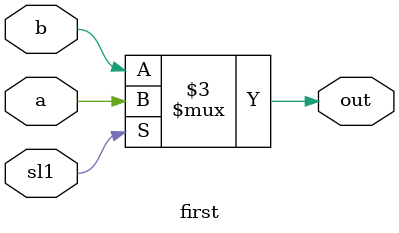
<source format=v>


module first (
    a, b, out, sl1
);
    input  a, b, sl1;
    output out;
    reg out;
    always @(*)
    begin
        if( sl1 ) 
            out = a;
        else 
            out = b;
    end
        
        
endmodule //first
</source>
